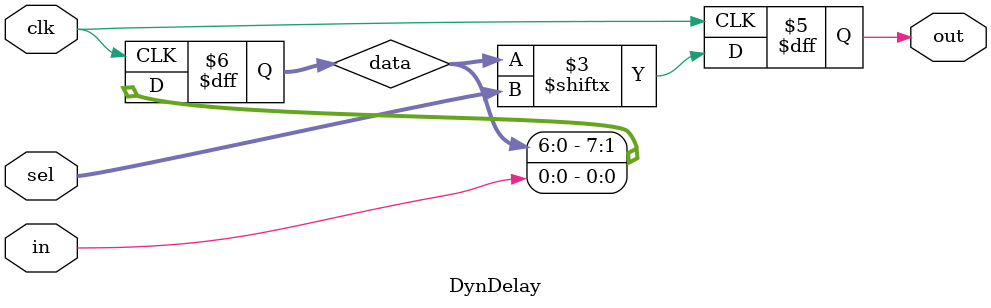
<source format=v>


//(* keep_hierarchy = "yes" *)
module DynDelay(clk, in, sel, out);

input wire clk;
input wire in;
input wire [(LENGTH-1):0] sel;	// output selector
output reg out;

parameter LENGTH = 8;

(* keep = "true" *) reg [(LENGTH-1):0] data = 0;

integer i;

always @ (posedge clk) begin
    data[0] <= in;
    for (i=1; i<LENGTH; i=i+1) begin
        data[i] <= data[i-1];
    end
    out <= data[sel[(LENGTH-1):0]];
end

endmodule
</source>
